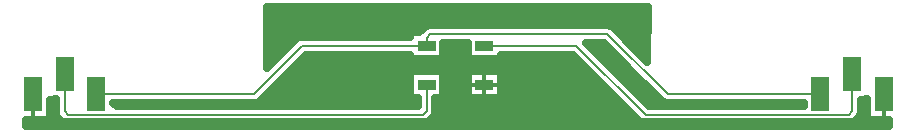
<source format=gbr>
G04 DipTrace 2.4.0.2*
%INTop.gbr*%
%MOIN*%
%ADD14C,0.006*%
%ADD15C,0.025*%
%ADD16C,0.013*%
%ADD17R,0.0591X0.1181*%
%ADD18R,0.0591X0.0354*%
%ADD19C,0.04*%
%FSLAX44Y44*%
G04*
G70*
G90*
G75*
G01*
%LNTop*%
%LPD*%
X32943Y5378D2*
D14*
Y5315D1*
Y4697D1*
X32823Y4576D1*
X19741D1*
X19621Y4697D1*
X19500Y4576D1*
X4686D1*
X4565Y4697D1*
Y5128D1*
Y5378D1*
X19621Y4697D2*
Y5704D1*
X4565Y5128D2*
D3*
X32943Y5315D2*
D3*
X19621Y7003D2*
X22688D1*
X24994Y4697D1*
X31760D1*
X31881Y4817D1*
Y6003D1*
Y6065D1*
Y6003D2*
D3*
X6690Y5378D2*
X11926D1*
X13551Y7003D1*
X17692D1*
Y7270D1*
X17812Y7391D1*
X23723D1*
X25736Y5378D1*
X30818D1*
Y5190D2*
Y5378D1*
X17692Y5704D2*
Y4817D1*
X17571Y4697D1*
X5748D1*
X5628Y4817D1*
Y5878D1*
Y6065D1*
X5565Y5878D2*
X5628D1*
D19*
X4565Y5128D3*
X5565Y5878D3*
X6753Y5128D3*
X30818Y5190D3*
X31881Y6003D3*
X32943Y5315D3*
X12414Y8057D2*
D15*
X25032D1*
X12414Y7808D2*
X25032D1*
X12414Y7560D2*
X17540D1*
X23996D2*
X25032D1*
X12414Y7311D2*
X17107D1*
X24246D2*
X25032D1*
X12414Y7062D2*
X13169D1*
X18278D2*
X19036D1*
X23071D2*
X23611D1*
X24493D2*
X25032D1*
X12414Y6814D2*
X12919D1*
X18278D2*
X19036D1*
X23321D2*
X23857D1*
X24743D2*
X25032D1*
X12414Y6565D2*
X12669D1*
X13555D2*
X17107D1*
X18278D2*
X19036D1*
X20207D2*
X22685D1*
X23567D2*
X24107D1*
X13305Y6316D2*
X22935D1*
X23817D2*
X24357D1*
X13059Y6068D2*
X17107D1*
X18278D2*
X19036D1*
X20207D2*
X23181D1*
X24067D2*
X24603D1*
X12809Y5819D2*
X17107D1*
X18278D2*
X19036D1*
X20207D2*
X23431D1*
X24313D2*
X24853D1*
X12559Y5570D2*
X17107D1*
X18278D2*
X19036D1*
X20207D2*
X23681D1*
X24563D2*
X25032D1*
X12313Y5322D2*
X17107D1*
X18278D2*
X19036D1*
X20207D2*
X23927D1*
X24813D2*
X25349D1*
X5149Y5073D2*
X5310D1*
X7274D2*
X17372D1*
X18012D2*
X24177D1*
X25059D2*
X30232D1*
X32200D2*
X32357D1*
X5149Y4824D2*
X5310D1*
X18012D2*
X24427D1*
X32200D2*
X32357D1*
X5149Y4575D2*
X5427D1*
X17891D2*
X24673D1*
X32082D2*
X32357D1*
X4350Y4327D2*
X33095D1*
X17256Y7445D2*
X17456D1*
X17603Y7600D1*
X17697Y7663D1*
X17812Y7686D1*
X23723D1*
X23847Y7658D1*
X23931Y7600D1*
X25056Y6475D1*
X25058Y8306D1*
X12388D1*
Y6255D1*
X13342Y7212D1*
X13450Y7280D1*
X13551Y7298D1*
X17133D1*
X17131Y7445D1*
X17256D1*
X18252Y7097D2*
Y6561D1*
X17131D1*
Y6705D1*
X15692Y6708D1*
X13671Y6706D1*
X12134Y5169D1*
X12026Y5101D1*
X11926Y5083D1*
X7250D1*
X7373Y4992D1*
X17393D1*
X17397Y5259D1*
X17131Y5262D1*
Y6146D1*
X18252D1*
Y5262D1*
X17990D1*
X17987Y4817D1*
X17958Y4693D1*
X17913Y4622D1*
X17780Y4488D1*
X17686Y4425D1*
X17571Y4402D1*
X5748D1*
X5624Y4430D1*
X5553Y4476D1*
X5419Y4609D1*
X5356Y4702D1*
X5333Y4817D1*
Y5212D1*
X5125Y5208D1*
Y4522D1*
X4325D1*
Y4325D1*
X33121D1*
Y4524D1*
X32383Y4522D1*
Y5211D1*
X32179Y5210D1*
X32176Y4817D1*
X32147Y4693D1*
X32102Y4622D1*
X31969Y4488D1*
X31875Y4425D1*
X31760Y4402D1*
X24994D1*
X24870Y4430D1*
X24786Y4488D1*
X22563Y6708D1*
X20184D1*
X20181Y6561D1*
X19061D1*
Y7096D1*
X18250D1*
X19086Y6146D2*
X20181D1*
Y5262D1*
X19061D1*
Y6146D1*
X19086D1*
X30258Y4995D2*
Y5081D1*
X26443Y5083D1*
X25736D1*
X25612Y5111D1*
X25527Y5169D1*
X25077Y5613D1*
X24820Y5876D1*
X23598Y7096D1*
X23016D1*
X24576Y5532D1*
X25119Y4992D1*
X30256D1*
X19621Y6145D2*
D16*
Y5262D1*
X19061Y5704D2*
X20180D1*
X32943Y5378D2*
Y4523D1*
X4565Y5378D2*
Y4523D1*
D17*
X31881Y6065D3*
X32943Y5378D3*
X4565D3*
X5628Y6065D3*
X30818Y5378D3*
X6690D3*
D18*
X17692Y7003D3*
Y5704D3*
X19621D3*
Y7003D3*
M02*

</source>
